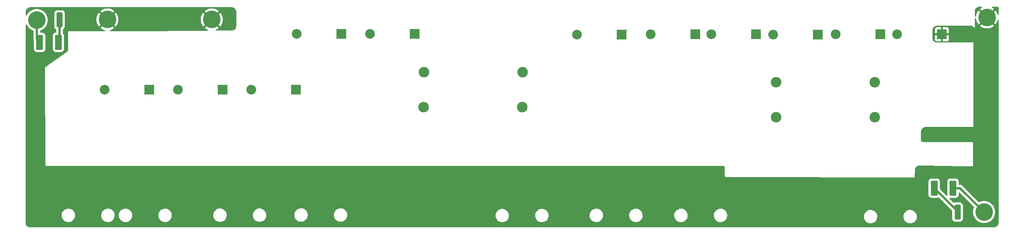
<source format=gbr>
%TF.GenerationSoftware,KiCad,Pcbnew,7.0.7*%
%TF.CreationDate,2024-04-10T14:30:17-07:00*%
%TF.ProjectId,hv-pcb-v1,68762d70-6362-42d7-9631-2e6b69636164,rev?*%
%TF.SameCoordinates,Original*%
%TF.FileFunction,Copper,L2,Bot*%
%TF.FilePolarity,Positive*%
%FSLAX46Y46*%
G04 Gerber Fmt 4.6, Leading zero omitted, Abs format (unit mm)*
G04 Created by KiCad (PCBNEW 7.0.7) date 2024-04-10 14:30:17*
%MOMM*%
%LPD*%
G01*
G04 APERTURE LIST*
G04 Aperture macros list*
%AMRoundRect*
0 Rectangle with rounded corners*
0 $1 Rounding radius*
0 $2 $3 $4 $5 $6 $7 $8 $9 X,Y pos of 4 corners*
0 Add a 4 corners polygon primitive as box body*
4,1,4,$2,$3,$4,$5,$6,$7,$8,$9,$2,$3,0*
0 Add four circle primitives for the rounded corners*
1,1,$1+$1,$2,$3*
1,1,$1+$1,$4,$5*
1,1,$1+$1,$6,$7*
1,1,$1+$1,$8,$9*
0 Add four rect primitives between the rounded corners*
20,1,$1+$1,$2,$3,$4,$5,0*
20,1,$1+$1,$4,$5,$6,$7,0*
20,1,$1+$1,$6,$7,$8,$9,0*
20,1,$1+$1,$8,$9,$2,$3,0*%
G04 Aperture macros list end*
%TA.AperFunction,ComponentPad*%
%ADD10R,2.200000X2.200000*%
%TD*%
%TA.AperFunction,ComponentPad*%
%ADD11O,2.200000X2.200000*%
%TD*%
%TA.AperFunction,SMDPad,CuDef*%
%ADD12RoundRect,1.968504X0.531496X-0.531496X0.531496X0.531496X-0.531496X0.531496X-0.531496X-0.531496X0*%
%TD*%
%TA.AperFunction,ComponentPad*%
%ADD13C,4.000000*%
%TD*%
%TA.AperFunction,ComponentPad*%
%ADD14C,2.400000*%
%TD*%
%TA.AperFunction,ComponentPad*%
%ADD15O,2.400000X2.400000*%
%TD*%
%TA.AperFunction,SMDPad,CuDef*%
%ADD16RoundRect,0.249999X-0.450001X-1.425001X0.450001X-1.425001X0.450001X1.425001X-0.450001X1.425001X0*%
%TD*%
%TA.AperFunction,SMDPad,CuDef*%
%ADD17RoundRect,0.250000X-0.537500X-1.450000X0.537500X-1.450000X0.537500X1.450000X-0.537500X1.450000X0*%
%TD*%
%TA.AperFunction,SMDPad,CuDef*%
%ADD18RoundRect,0.249999X0.450001X1.425001X-0.450001X1.425001X-0.450001X-1.425001X0.450001X-1.425001X0*%
%TD*%
%TA.AperFunction,SMDPad,CuDef*%
%ADD19RoundRect,0.250000X0.537500X1.450000X-0.537500X1.450000X-0.537500X-1.450000X0.537500X-1.450000X0*%
%TD*%
%TA.AperFunction,ViaPad*%
%ADD20C,0.800000*%
%TD*%
%TA.AperFunction,Conductor*%
%ADD21C,0.508000*%
%TD*%
%TA.AperFunction,Conductor*%
%ADD22C,1.905000*%
%TD*%
G04 APERTURE END LIST*
D10*
%TO.P,D8,1,K*%
%TO.N,Net-(D8-K)*%
X192971755Y-102959900D03*
D11*
%TO.P,D8,2,A*%
%TO.N,/mcp2input*%
X182811755Y-102959900D03*
%TD*%
D12*
%TO.P,HV3,2,Pin_2*%
%TO.N,/supply-gnd*%
X89370000Y-143313000D03*
%TD*%
%TO.P,HV7,2,Pin_2*%
%TO.N,/supply-gnd*%
X237348755Y-143642900D03*
%TD*%
%TO.P,HV6,2,Pin_2*%
%TO.N,/supply-gnd*%
X194209755Y-143372900D03*
%TD*%
%TO.P,HV1,2,Pin_2*%
%TO.N,/supply-gnd*%
X54869000Y-143351000D03*
%TD*%
D13*
%TO.P,J3,1,Pin_1*%
%TO.N,/supply-gnd*%
X82991000Y-99586000D03*
%TD*%
D10*
%TO.P,D4,1,K*%
%TO.N,Net-(D4-K)*%
X85446000Y-115519000D03*
D11*
%TO.P,D4,2,A*%
%TO.N,/mcp1input*%
X75286000Y-115519000D03*
%TD*%
D14*
%TO.P,R23,1*%
%TO.N,/mcp2output*%
X233765000Y-113845000D03*
D15*
%TO.P,R23,2*%
%TO.N,Net-(D11-K)*%
X211365000Y-113845000D03*
%TD*%
D14*
%TO.P,R24,1*%
%TO.N,/mcp1output*%
X153655000Y-111563000D03*
D15*
%TO.P,R24,2*%
%TO.N,Net-(D2-A)*%
X131255000Y-111563000D03*
%TD*%
D12*
%TO.P,HV2,2,Pin_2*%
%TO.N,/supply-gnd*%
X67869000Y-143351000D03*
%TD*%
D10*
%TO.P,D2,1,K*%
%TO.N,/mcp2input*%
X176198755Y-103000900D03*
D11*
%TO.P,D2,2,A*%
%TO.N,Net-(D2-A)*%
X166038755Y-103000900D03*
%TD*%
D12*
%TO.P,HV5,2,Pin_2*%
%TO.N,/supply-gnd*%
X153573000Y-143400000D03*
%TD*%
D10*
%TO.P,D1,1,K*%
%TO.N,/mcp1input*%
X68733400Y-115519000D03*
D11*
%TO.P,D1,2,A*%
%TO.N,/cath-in*%
X58573400Y-115519000D03*
%TD*%
D13*
%TO.P,J2,1,Pin_1*%
%TO.N,/supply-gnd*%
X259316955Y-99102900D03*
%TD*%
D10*
%TO.P,D9,1,K*%
%TO.N,Net-(D10-A)*%
X206796000Y-102944000D03*
D11*
%TO.P,D9,2,A*%
%TO.N,Net-(D8-K)*%
X196636000Y-102944000D03*
%TD*%
D10*
%TO.P,D3,1,K*%
%TO.N,/supply-gnd*%
X249068000Y-102939000D03*
D11*
%TO.P,D3,2,A*%
%TO.N,Net-(D11-K)*%
X238908000Y-102939000D03*
%TD*%
D10*
%TO.P,D10,1,K*%
%TO.N,Net-(D10-K)*%
X220808000Y-102979000D03*
D11*
%TO.P,D10,2,A*%
%TO.N,Net-(D10-A)*%
X210648000Y-102979000D03*
%TD*%
D10*
%TO.P,D11,1,K*%
%TO.N,Net-(D11-K)*%
X235087000Y-102919000D03*
D11*
%TO.P,D11,2,A*%
%TO.N,Net-(D10-K)*%
X224927000Y-102919000D03*
%TD*%
D14*
%TO.P,R22,1*%
%TO.N,/mcp2output*%
X233765000Y-121795000D03*
D15*
%TO.P,R22,2*%
%TO.N,Net-(D11-K)*%
X211365000Y-121795000D03*
%TD*%
D12*
%TO.P,HV4,2,Pin_2*%
%TO.N,/supply-gnd*%
X107779000Y-143280000D03*
%TD*%
D14*
%TO.P,R19,1*%
%TO.N,/mcp1output*%
X153610001Y-119561001D03*
D15*
%TO.P,R19,2*%
%TO.N,Net-(D2-A)*%
X131210001Y-119561001D03*
%TD*%
D10*
%TO.P,D6,1,K*%
%TO.N,Net-(D6-K)*%
X112438400Y-102825000D03*
D11*
%TO.P,D6,2,A*%
%TO.N,Net-(D5-K)*%
X102278400Y-102825000D03*
%TD*%
D12*
%TO.P,HV8,2,Pin_2*%
%TO.N,/supply-gnd*%
X174960755Y-143360900D03*
%TD*%
D10*
%TO.P,D7,1,K*%
%TO.N,Net-(D2-A)*%
X129151000Y-102825000D03*
D11*
%TO.P,D7,2,A*%
%TO.N,Net-(D6-K)*%
X118991000Y-102825000D03*
%TD*%
D13*
%TO.P,J1,1,Pin_1*%
%TO.N,/supply-gnd*%
X59253000Y-99585000D03*
%TD*%
D10*
%TO.P,D5,1,K*%
%TO.N,Net-(D5-K)*%
X102158600Y-115519000D03*
D11*
%TO.P,D5,2,A*%
%TO.N,Net-(D4-K)*%
X91998600Y-115519000D03*
%TD*%
D16*
%TO.P,R20,1*%
%TO.N,/supply-gnd*%
X246531254Y-143413901D03*
%TO.P,R20,2*%
%TO.N,Net-(C12-Pad1)*%
X252631254Y-143413901D03*
%TD*%
D13*
%TO.P,J6,1,Pin_1*%
%TO.N,Net-(J6-Pin_1)*%
X43169000Y-99695503D03*
%TD*%
D17*
%TO.P,C12,1*%
%TO.N,Net-(C12-Pad1)*%
X247312255Y-137951900D03*
%TO.P,C12,2*%
%TO.N,Net-(J6-Pin_1)*%
X251587255Y-137951900D03*
%TD*%
D13*
%TO.P,J7,1,Pin_1*%
%TO.N,Net-(J6-Pin_1)*%
X258656755Y-143392900D03*
%TD*%
D18*
%TO.P,R21,1*%
%TO.N,/supply-gnd*%
X54466000Y-99667000D03*
%TO.P,R21,2*%
%TO.N,Net-(C11-Pad1)*%
X48366000Y-99667000D03*
%TD*%
D19*
%TO.P,C11,1*%
%TO.N,Net-(C11-Pad1)*%
X48108500Y-104769000D03*
%TO.P,C11,2*%
%TO.N,Net-(J6-Pin_1)*%
X43833500Y-104769000D03*
%TD*%
D20*
%TO.N,/supply-gnd*%
X225306000Y-138146000D03*
X253509000Y-126699000D03*
X201368000Y-138657000D03*
X219298000Y-138686000D03*
X76986000Y-136183000D03*
X251111000Y-126699000D03*
X97406000Y-135895000D03*
X135264000Y-137155000D03*
X216305000Y-138686000D03*
X205921000Y-138657000D03*
X122669000Y-137367000D03*
X204488000Y-138657000D03*
X133704000Y-137155000D03*
X119676000Y-137367000D03*
X222908000Y-138146000D03*
X217865000Y-138686000D03*
X79384000Y-136183000D03*
X245052000Y-126507000D03*
X247450000Y-126507000D03*
X202928000Y-138657000D03*
X43091000Y-136268000D03*
X132144000Y-137155000D03*
X136697000Y-137155000D03*
X214745000Y-138686000D03*
X121236000Y-137367000D03*
X183589000Y-136080000D03*
X185987000Y-136080000D03*
X99804000Y-135895000D03*
X141039000Y-136626000D03*
X118116000Y-137367000D03*
X45489000Y-136268000D03*
X143437000Y-136626000D03*
%TD*%
D21*
%TO.N,Net-(C11-Pad1)*%
X48366000Y-99667000D02*
X48366000Y-104511500D01*
X48366000Y-104511500D02*
X48108500Y-104769000D01*
%TO.N,Net-(J6-Pin_1)*%
X43833500Y-104769000D02*
X43169000Y-104104500D01*
X43169000Y-104104500D02*
X43169000Y-99695503D01*
X251587255Y-137951900D02*
X253215755Y-137951900D01*
X253215755Y-137951900D02*
X258656755Y-143392900D01*
D22*
X43149000Y-99715503D02*
X43169000Y-99695503D01*
D21*
%TO.N,Net-(C12-Pad1)*%
X252631254Y-143413901D02*
X252631254Y-143270899D01*
X252631254Y-143270899D02*
X247312255Y-137951900D01*
%TD*%
%TA.AperFunction,Conductor*%
%TO.N,/supply-gnd*%
G36*
X87548031Y-96788299D02*
G01*
X87625270Y-96795905D01*
X87731061Y-96806325D01*
X87754891Y-96811064D01*
X87922124Y-96861794D01*
X87944572Y-96871093D01*
X88098687Y-96953469D01*
X88118898Y-96966974D01*
X88253979Y-97077832D01*
X88271167Y-97095020D01*
X88382025Y-97230101D01*
X88395530Y-97250312D01*
X88477903Y-97404419D01*
X88487206Y-97426878D01*
X88537933Y-97594102D01*
X88542675Y-97617943D01*
X88560701Y-97800967D01*
X88561000Y-97807048D01*
X88561000Y-101090105D01*
X88560703Y-101096167D01*
X88542792Y-101278610D01*
X88538080Y-101302377D01*
X88487677Y-101469107D01*
X88478433Y-101491505D01*
X88396567Y-101645251D01*
X88383144Y-101665423D01*
X88272943Y-101800313D01*
X88255853Y-101817489D01*
X88121524Y-101928374D01*
X88101420Y-101941900D01*
X87948092Y-102024544D01*
X87925743Y-102033901D01*
X87759272Y-102085151D01*
X87735528Y-102089984D01*
X87553173Y-102108820D01*
X87547114Y-102109148D01*
X84014784Y-102127086D01*
X83947645Y-102107743D01*
X83901623Y-102055172D01*
X83891328Y-101986064D01*
X83920030Y-101922362D01*
X83968507Y-101887795D01*
X84057555Y-101852538D01*
X84333209Y-101700996D01*
X84333219Y-101700990D01*
X84576026Y-101524579D01*
X84576027Y-101524579D01*
X83959861Y-100908414D01*
X83926376Y-100847091D01*
X83931360Y-100777400D01*
X83963555Y-100729508D01*
X84098368Y-100605404D01*
X84128364Y-100566865D01*
X84185073Y-100526052D01*
X84254846Y-100522377D01*
X84313898Y-100555346D01*
X84926712Y-101168160D01*
X85017544Y-101058364D01*
X85186096Y-100792767D01*
X85186099Y-100792761D01*
X85320034Y-100508137D01*
X85320036Y-100508132D01*
X85417244Y-100208958D01*
X85476191Y-99899949D01*
X85476192Y-99899942D01*
X85495943Y-99586005D01*
X85495943Y-99585994D01*
X85476192Y-99272057D01*
X85476191Y-99272050D01*
X85417244Y-98963041D01*
X85320036Y-98663867D01*
X85320034Y-98663862D01*
X85186099Y-98379238D01*
X85186096Y-98379232D01*
X85017542Y-98113632D01*
X85017539Y-98113628D01*
X84926712Y-98003838D01*
X84313898Y-98616653D01*
X84252575Y-98650138D01*
X84182883Y-98645154D01*
X84128364Y-98605134D01*
X84098373Y-98566602D01*
X84098364Y-98566592D01*
X83963559Y-98442494D01*
X83927568Y-98382607D01*
X83929669Y-98312769D01*
X83959861Y-98263584D01*
X84576027Y-97647419D01*
X84576026Y-97647417D01*
X84333227Y-97471014D01*
X84333209Y-97471003D01*
X84057552Y-97319459D01*
X84057544Y-97319455D01*
X83765073Y-97203659D01*
X83460379Y-97125426D01*
X83460370Y-97125424D01*
X83148298Y-97086000D01*
X82833701Y-97086000D01*
X82521629Y-97125424D01*
X82521620Y-97125426D01*
X82216926Y-97203659D01*
X81924455Y-97319455D01*
X81924447Y-97319459D01*
X81648787Y-97471004D01*
X81648782Y-97471007D01*
X81405972Y-97647418D01*
X81405971Y-97647419D01*
X82022138Y-98263585D01*
X82055623Y-98324908D01*
X82050639Y-98394599D01*
X82018440Y-98442495D01*
X81883635Y-98566592D01*
X81883627Y-98566601D01*
X81853632Y-98605137D01*
X81796921Y-98645949D01*
X81727148Y-98649621D01*
X81668100Y-98616653D01*
X81055286Y-98003838D01*
X81055285Y-98003838D01*
X80964459Y-98113629D01*
X80964457Y-98113632D01*
X80795903Y-98379232D01*
X80795900Y-98379238D01*
X80661965Y-98663862D01*
X80661963Y-98663867D01*
X80564755Y-98963041D01*
X80505808Y-99272050D01*
X80505807Y-99272057D01*
X80486057Y-99585994D01*
X80486057Y-99586005D01*
X80505807Y-99899942D01*
X80505808Y-99899949D01*
X80564755Y-100208958D01*
X80661963Y-100508132D01*
X80661965Y-100508137D01*
X80795900Y-100792761D01*
X80795903Y-100792767D01*
X80964457Y-101058367D01*
X80964460Y-101058371D01*
X81055286Y-101168160D01*
X81668100Y-100555345D01*
X81729423Y-100521860D01*
X81799114Y-100526844D01*
X81853634Y-100566863D01*
X81883630Y-100605402D01*
X81883635Y-100605407D01*
X82018439Y-100729504D01*
X82054430Y-100789391D01*
X82052329Y-100859229D01*
X82022137Y-100908414D01*
X81405971Y-101524579D01*
X81405972Y-101524581D01*
X81648772Y-101700985D01*
X81648790Y-101700996D01*
X81924444Y-101852538D01*
X82039405Y-101898054D01*
X82094490Y-101941035D01*
X82117594Y-102006974D01*
X82101381Y-102074937D01*
X82050998Y-102123345D01*
X81994388Y-102137345D01*
X63864374Y-102229411D01*
X62357689Y-102237063D01*
X61379788Y-102242028D01*
X59910353Y-102249491D01*
X59843214Y-102230148D01*
X59797192Y-102177577D01*
X59786897Y-102108469D01*
X59815599Y-102044767D01*
X59874184Y-102006695D01*
X59878886Y-102005389D01*
X60027070Y-101967342D01*
X60027073Y-101967341D01*
X60319544Y-101851544D01*
X60319552Y-101851540D01*
X60595209Y-101699996D01*
X60595219Y-101699990D01*
X60838026Y-101523579D01*
X60838027Y-101523579D01*
X60221861Y-100907414D01*
X60188376Y-100846091D01*
X60193360Y-100776400D01*
X60225555Y-100728508D01*
X60360368Y-100604404D01*
X60390364Y-100565865D01*
X60447073Y-100525052D01*
X60516846Y-100521377D01*
X60575898Y-100554346D01*
X61188712Y-101167160D01*
X61279544Y-101057364D01*
X61448096Y-100791767D01*
X61448099Y-100791761D01*
X61582034Y-100507137D01*
X61582036Y-100507132D01*
X61679244Y-100207958D01*
X61738191Y-99898949D01*
X61738192Y-99898942D01*
X61757943Y-99585005D01*
X61757943Y-99584994D01*
X61738192Y-99271057D01*
X61738191Y-99271050D01*
X61679244Y-98962041D01*
X61582036Y-98662867D01*
X61582034Y-98662862D01*
X61448099Y-98378238D01*
X61448096Y-98378232D01*
X61279542Y-98112632D01*
X61279539Y-98112628D01*
X61188712Y-98002838D01*
X60575898Y-98615653D01*
X60514575Y-98649138D01*
X60444883Y-98644154D01*
X60390364Y-98604134D01*
X60360373Y-98565602D01*
X60360364Y-98565592D01*
X60225559Y-98441494D01*
X60189568Y-98381607D01*
X60191669Y-98311769D01*
X60221861Y-98262584D01*
X60838027Y-97646419D01*
X60838026Y-97646417D01*
X60595227Y-97470014D01*
X60595209Y-97470003D01*
X60319552Y-97318459D01*
X60319544Y-97318455D01*
X60027073Y-97202659D01*
X59722379Y-97124426D01*
X59722370Y-97124424D01*
X59410298Y-97085000D01*
X59095701Y-97085000D01*
X58783629Y-97124424D01*
X58783620Y-97124426D01*
X58478926Y-97202659D01*
X58186455Y-97318455D01*
X58186447Y-97318459D01*
X57910787Y-97470004D01*
X57910782Y-97470007D01*
X57667972Y-97646418D01*
X57667971Y-97646419D01*
X58284138Y-98262585D01*
X58317623Y-98323908D01*
X58312639Y-98393599D01*
X58280440Y-98441495D01*
X58145635Y-98565592D01*
X58145627Y-98565601D01*
X58115632Y-98604137D01*
X58058921Y-98644949D01*
X57989148Y-98648621D01*
X57930100Y-98615653D01*
X57317286Y-98002838D01*
X57317285Y-98002838D01*
X57226459Y-98112629D01*
X57226457Y-98112632D01*
X57057903Y-98378232D01*
X57057900Y-98378238D01*
X56923965Y-98662862D01*
X56923963Y-98662867D01*
X56826755Y-98962041D01*
X56767808Y-99271050D01*
X56767807Y-99271057D01*
X56748057Y-99584994D01*
X56748057Y-99585005D01*
X56767807Y-99898942D01*
X56767808Y-99898949D01*
X56826755Y-100207958D01*
X56923963Y-100507132D01*
X56923965Y-100507137D01*
X57057900Y-100791761D01*
X57057903Y-100791767D01*
X57226457Y-101057367D01*
X57226460Y-101057371D01*
X57317286Y-101167160D01*
X57930100Y-100554345D01*
X57991423Y-100520860D01*
X58061114Y-100525844D01*
X58115634Y-100565863D01*
X58145630Y-100604402D01*
X58145635Y-100604407D01*
X58280439Y-100728504D01*
X58316430Y-100788391D01*
X58314329Y-100858229D01*
X58284137Y-100907414D01*
X57667971Y-101523579D01*
X57667972Y-101523581D01*
X57910772Y-101699985D01*
X57910790Y-101699996D01*
X58186447Y-101851540D01*
X58186455Y-101851544D01*
X58478926Y-101967340D01*
X58652587Y-102011930D01*
X58712625Y-102047668D01*
X58743810Y-102110192D01*
X58736242Y-102179651D01*
X58692323Y-102233991D01*
X58625998Y-102255961D01*
X58622399Y-102256031D01*
X56707719Y-102265754D01*
X51361735Y-102292902D01*
X51361726Y-102292902D01*
X50358000Y-102298000D01*
X50350915Y-103301713D01*
X50350915Y-103301721D01*
X50350915Y-103301722D01*
X50330136Y-106245724D01*
X50329812Y-106251636D01*
X50311500Y-106429591D01*
X50306848Y-106452773D01*
X50257673Y-106615477D01*
X50248706Y-106637355D01*
X50169539Y-106787771D01*
X50156582Y-106807548D01*
X50050303Y-106940205D01*
X50033831Y-106957161D01*
X49897512Y-107073005D01*
X49892831Y-107076613D01*
X47092727Y-109029069D01*
X45042000Y-110459000D01*
X45044319Y-110991969D01*
X45044320Y-110991969D01*
X45135154Y-131857421D01*
X45135155Y-131857431D01*
X45165000Y-138713000D01*
X41242000Y-139172000D01*
X40676000Y-135614000D01*
X40676000Y-100843902D01*
X40695685Y-100776863D01*
X40748489Y-100731108D01*
X40817647Y-100721164D01*
X40881203Y-100750189D01*
X40912196Y-100791103D01*
X40966438Y-100906372D01*
X40966440Y-100906375D01*
X40966442Y-100906379D01*
X41135561Y-101172868D01*
X41135563Y-101172871D01*
X41135568Y-101172878D01*
X41335660Y-101414747D01*
X41336772Y-101416091D01*
X41566858Y-101632155D01*
X41566868Y-101632163D01*
X41822209Y-101817679D01*
X41822214Y-101817681D01*
X41822221Y-101817687D01*
X42098821Y-101969750D01*
X42098826Y-101969752D01*
X42098828Y-101969753D01*
X42098829Y-101969754D01*
X42328147Y-102060547D01*
X42383233Y-102103528D01*
X42406336Y-102169467D01*
X42406500Y-102175839D01*
X42406500Y-104039917D01*
X42405191Y-104057886D01*
X42401633Y-104082174D01*
X42406264Y-104135090D01*
X42406500Y-104140497D01*
X42406500Y-104148913D01*
X42410368Y-104182010D01*
X42417168Y-104259742D01*
X42418628Y-104266809D01*
X42418589Y-104266817D01*
X42420299Y-104274528D01*
X42420337Y-104274520D01*
X42422000Y-104281540D01*
X42448690Y-104354868D01*
X42473236Y-104428943D01*
X42476288Y-104435487D01*
X42476250Y-104435504D01*
X42479686Y-104442601D01*
X42479723Y-104442583D01*
X42482965Y-104449037D01*
X42517100Y-104500937D01*
X42537493Y-104567764D01*
X42537500Y-104569076D01*
X42537500Y-106269537D01*
X42537501Y-106269553D01*
X42548113Y-106373426D01*
X42603885Y-106541738D01*
X42696970Y-106692652D01*
X42822348Y-106818030D01*
X42973262Y-106911115D01*
X43141574Y-106966887D01*
X43245455Y-106977500D01*
X44421544Y-106977499D01*
X44525426Y-106966887D01*
X44693738Y-106911115D01*
X44844652Y-106818030D01*
X44970030Y-106692652D01*
X45063115Y-106541738D01*
X45118887Y-106373426D01*
X45129500Y-106269545D01*
X45129500Y-106269537D01*
X46812500Y-106269537D01*
X46812501Y-106269553D01*
X46823113Y-106373426D01*
X46878885Y-106541738D01*
X46971970Y-106692652D01*
X47097348Y-106818030D01*
X47248262Y-106911115D01*
X47416574Y-106966887D01*
X47520455Y-106977500D01*
X48696544Y-106977499D01*
X48800426Y-106966887D01*
X48968738Y-106911115D01*
X49119652Y-106818030D01*
X49245030Y-106692652D01*
X49338115Y-106541738D01*
X49393887Y-106373426D01*
X49404500Y-106269545D01*
X49404499Y-103268456D01*
X49393887Y-103164574D01*
X49338115Y-102996262D01*
X49245030Y-102845348D01*
X49164818Y-102765136D01*
X49131333Y-102703813D01*
X49128499Y-102677463D01*
X49128499Y-101859637D01*
X49148184Y-101792599D01*
X49187401Y-101754100D01*
X49222462Y-101732473D01*
X49289652Y-101691030D01*
X49415030Y-101565652D01*
X49508115Y-101414739D01*
X49563887Y-101246427D01*
X49574500Y-101142546D01*
X49574500Y-98191454D01*
X49563887Y-98087573D01*
X49508115Y-97919261D01*
X49508111Y-97919255D01*
X49508110Y-97919252D01*
X49415032Y-97768351D01*
X49415029Y-97768347D01*
X49289652Y-97642970D01*
X49289648Y-97642967D01*
X49138747Y-97549889D01*
X49138741Y-97549886D01*
X49138739Y-97549885D01*
X49138736Y-97549884D01*
X48970428Y-97494113D01*
X48866553Y-97483500D01*
X48866546Y-97483500D01*
X47865454Y-97483500D01*
X47865446Y-97483500D01*
X47761571Y-97494113D01*
X47593263Y-97549884D01*
X47593252Y-97549889D01*
X47442351Y-97642967D01*
X47442347Y-97642970D01*
X47316970Y-97768347D01*
X47316967Y-97768351D01*
X47223889Y-97919252D01*
X47223884Y-97919263D01*
X47168113Y-98087571D01*
X47157500Y-98191446D01*
X47157500Y-101142553D01*
X47168113Y-101246428D01*
X47223884Y-101414736D01*
X47223889Y-101414747D01*
X47316967Y-101565648D01*
X47316970Y-101565652D01*
X47442348Y-101691030D01*
X47544599Y-101754100D01*
X47591321Y-101806045D01*
X47603500Y-101859636D01*
X47603500Y-102440039D01*
X47583815Y-102507078D01*
X47531011Y-102552833D01*
X47492102Y-102563397D01*
X47416572Y-102571113D01*
X47248264Y-102626884D01*
X47248259Y-102626886D01*
X47097346Y-102719971D01*
X46971971Y-102845346D01*
X46878886Y-102996259D01*
X46878884Y-102996264D01*
X46823113Y-103164572D01*
X46812500Y-103268447D01*
X46812500Y-106269537D01*
X45129500Y-106269537D01*
X45129499Y-103268456D01*
X45118887Y-103164574D01*
X45063115Y-102996262D01*
X44970030Y-102845348D01*
X44844652Y-102719970D01*
X44693738Y-102626885D01*
X44693735Y-102626884D01*
X44525427Y-102571113D01*
X44421552Y-102560500D01*
X44421545Y-102560500D01*
X44055500Y-102560500D01*
X43988461Y-102540815D01*
X43942706Y-102488011D01*
X43931500Y-102436500D01*
X43931500Y-102175839D01*
X43951185Y-102108800D01*
X44003989Y-102063045D01*
X44009853Y-102060547D01*
X44239170Y-101969754D01*
X44239171Y-101969753D01*
X44239169Y-101969753D01*
X44239179Y-101969750D01*
X44515779Y-101817687D01*
X44771140Y-101632157D01*
X45001233Y-101416085D01*
X45202432Y-101172878D01*
X45371562Y-100906372D01*
X45505956Y-100620769D01*
X45603495Y-100320575D01*
X45662641Y-100010523D01*
X45666104Y-99955490D01*
X45682460Y-99695508D01*
X45682460Y-99695497D01*
X45662642Y-99380490D01*
X45641957Y-99272057D01*
X45603495Y-99070431D01*
X45505956Y-98770237D01*
X45502440Y-98762766D01*
X45428265Y-98605134D01*
X45371562Y-98484634D01*
X45344185Y-98441495D01*
X45202438Y-98218137D01*
X45202436Y-98218135D01*
X45202432Y-98218128D01*
X45001233Y-97974921D01*
X45001232Y-97974920D01*
X45001227Y-97974914D01*
X44771141Y-97758850D01*
X44771131Y-97758842D01*
X44515790Y-97573326D01*
X44515783Y-97573321D01*
X44515779Y-97573319D01*
X44239179Y-97421256D01*
X44239176Y-97421254D01*
X44239171Y-97421252D01*
X44239170Y-97421251D01*
X43945705Y-97305060D01*
X43945702Y-97305059D01*
X43639978Y-97226563D01*
X43639965Y-97226561D01*
X43326832Y-97187003D01*
X43326821Y-97187003D01*
X43011179Y-97187003D01*
X43011167Y-97187003D01*
X42698034Y-97226561D01*
X42698021Y-97226563D01*
X42392297Y-97305059D01*
X42392294Y-97305060D01*
X42098829Y-97421251D01*
X42098828Y-97421252D01*
X41822221Y-97573319D01*
X41822209Y-97573326D01*
X41566868Y-97758842D01*
X41566858Y-97758850D01*
X41336772Y-97974914D01*
X41243573Y-98087573D01*
X41157642Y-98191446D01*
X41135561Y-98218137D01*
X40966442Y-98484626D01*
X40966436Y-98484637D01*
X40912198Y-98599900D01*
X40865843Y-98652178D01*
X40798583Y-98671095D01*
X40731773Y-98650646D01*
X40686624Y-98597322D01*
X40676000Y-98547103D01*
X40676000Y-97807048D01*
X40676299Y-97800968D01*
X40682329Y-97739734D01*
X40694325Y-97617936D01*
X40699064Y-97594110D01*
X40749795Y-97426871D01*
X40759091Y-97404430D01*
X40841472Y-97250306D01*
X40854974Y-97230101D01*
X40857879Y-97226561D01*
X40965836Y-97095015D01*
X40983015Y-97077836D01*
X41118102Y-96966972D01*
X41138306Y-96953472D01*
X41292430Y-96871091D01*
X41314871Y-96861795D01*
X41482110Y-96811064D01*
X41505936Y-96806325D01*
X41617940Y-96795294D01*
X41688969Y-96788299D01*
X41695049Y-96788000D01*
X87541951Y-96788000D01*
X87548031Y-96788299D01*
G37*
%TD.AperFunction*%
%TD*%
%TA.AperFunction,Conductor*%
%TO.N,/supply-gnd*%
G36*
X256787203Y-99299003D02*
G01*
X256824977Y-99357781D01*
X256829755Y-99384930D01*
X256831762Y-99416842D01*
X256831763Y-99416849D01*
X256890710Y-99725858D01*
X256987918Y-100025032D01*
X256987920Y-100025037D01*
X257121855Y-100309661D01*
X257121858Y-100309667D01*
X257290412Y-100575267D01*
X257290415Y-100575271D01*
X257381241Y-100685060D01*
X257994055Y-100072245D01*
X258055378Y-100038760D01*
X258125069Y-100043744D01*
X258179589Y-100083763D01*
X258209585Y-100122302D01*
X258209590Y-100122307D01*
X258344394Y-100246404D01*
X258380385Y-100306291D01*
X258378284Y-100376129D01*
X258348092Y-100425314D01*
X257731926Y-101041479D01*
X257731927Y-101041481D01*
X257974727Y-101217885D01*
X257974745Y-101217896D01*
X258250402Y-101369440D01*
X258250410Y-101369444D01*
X258542881Y-101485240D01*
X258847575Y-101563473D01*
X258847584Y-101563475D01*
X259159656Y-101602899D01*
X259159670Y-101602900D01*
X259474240Y-101602900D01*
X259474253Y-101602899D01*
X259786325Y-101563475D01*
X259786334Y-101563473D01*
X260091028Y-101485240D01*
X260383499Y-101369444D01*
X260383507Y-101369440D01*
X260659164Y-101217896D01*
X260659174Y-101217890D01*
X260901981Y-101041479D01*
X260901982Y-101041479D01*
X260285816Y-100425314D01*
X260252331Y-100363991D01*
X260257315Y-100294300D01*
X260289510Y-100246408D01*
X260424323Y-100122304D01*
X260454319Y-100083765D01*
X260511028Y-100042952D01*
X260580801Y-100039277D01*
X260639853Y-100072246D01*
X261252667Y-100685060D01*
X261343499Y-100575264D01*
X261512051Y-100309667D01*
X261512054Y-100309661D01*
X261645989Y-100025037D01*
X261645991Y-100025032D01*
X261735069Y-99750881D01*
X261774506Y-99693205D01*
X261838865Y-99666007D01*
X261907711Y-99677922D01*
X261959187Y-99725166D01*
X261977000Y-99789199D01*
X261977000Y-145827110D01*
X261976701Y-145833191D01*
X261958675Y-146016215D01*
X261953933Y-146040056D01*
X261903206Y-146207280D01*
X261893903Y-146229739D01*
X261811530Y-146383847D01*
X261798025Y-146404058D01*
X261681351Y-146546226D01*
X261677263Y-146550737D01*
X261649737Y-146578263D01*
X261645226Y-146582351D01*
X261503058Y-146699025D01*
X261482847Y-146712530D01*
X261328739Y-146794903D01*
X261306280Y-146804206D01*
X261139056Y-146854933D01*
X261115215Y-146859675D01*
X260932191Y-146877701D01*
X260926110Y-146878000D01*
X41642049Y-146878000D01*
X41635968Y-146877701D01*
X41452943Y-146859675D01*
X41429102Y-146854933D01*
X41261878Y-146804206D01*
X41239422Y-146794904D01*
X41085312Y-146712530D01*
X41065101Y-146699025D01*
X40930020Y-146588167D01*
X40912832Y-146570979D01*
X40801974Y-146435898D01*
X40788469Y-146415687D01*
X40782253Y-146404058D01*
X40706093Y-146261572D01*
X40696793Y-146239121D01*
X40690679Y-146218965D01*
X40646064Y-146071891D01*
X40641325Y-146048061D01*
X40626881Y-145901400D01*
X40623299Y-145865031D01*
X40623000Y-145858951D01*
X40623000Y-144206519D01*
X48842283Y-144206519D01*
X48871923Y-144450631D01*
X48929328Y-144648814D01*
X48940337Y-144686820D01*
X49045752Y-144908977D01*
X49172029Y-145091922D01*
X49185439Y-145111349D01*
X49185442Y-145111353D01*
X49355775Y-145288689D01*
X49552354Y-145436408D01*
X49552356Y-145436409D01*
X49552360Y-145436412D01*
X49634812Y-145479686D01*
X49770090Y-145550686D01*
X49770092Y-145550686D01*
X49770093Y-145550687D01*
X49864390Y-145582168D01*
X50003335Y-145628555D01*
X50246048Y-145668000D01*
X50246051Y-145668000D01*
X50430379Y-145668000D01*
X50552859Y-145658112D01*
X50614101Y-145653168D01*
X50852854Y-145594321D01*
X51079076Y-145497937D01*
X51286907Y-145366513D01*
X51470965Y-145203452D01*
X51626482Y-145012977D01*
X51637827Y-144993328D01*
X51749427Y-144800032D01*
X51749428Y-144800029D01*
X51749432Y-144800023D01*
X51836628Y-144570104D01*
X51856548Y-144472530D01*
X51885813Y-144329181D01*
X51885814Y-144329171D01*
X51886258Y-144318167D01*
X51890757Y-144206519D01*
X57842283Y-144206519D01*
X57871923Y-144450631D01*
X57929328Y-144648814D01*
X57940337Y-144686820D01*
X58045752Y-144908977D01*
X58172029Y-145091922D01*
X58185439Y-145111349D01*
X58185442Y-145111353D01*
X58355775Y-145288689D01*
X58552354Y-145436408D01*
X58552356Y-145436409D01*
X58552360Y-145436412D01*
X58634812Y-145479686D01*
X58770090Y-145550686D01*
X58770092Y-145550686D01*
X58770093Y-145550687D01*
X58864390Y-145582168D01*
X59003335Y-145628555D01*
X59246048Y-145668000D01*
X59246051Y-145668000D01*
X59430379Y-145668000D01*
X59552859Y-145658112D01*
X59614101Y-145653168D01*
X59852854Y-145594321D01*
X60079076Y-145497937D01*
X60286907Y-145366513D01*
X60470965Y-145203452D01*
X60626482Y-145012977D01*
X60637827Y-144993328D01*
X60749427Y-144800032D01*
X60749428Y-144800029D01*
X60749432Y-144800023D01*
X60836628Y-144570104D01*
X60856548Y-144472530D01*
X60885813Y-144329181D01*
X60885814Y-144329171D01*
X60886258Y-144318167D01*
X60890757Y-144206519D01*
X61842283Y-144206519D01*
X61871923Y-144450631D01*
X61929328Y-144648814D01*
X61940337Y-144686820D01*
X62045752Y-144908977D01*
X62172029Y-145091922D01*
X62185439Y-145111349D01*
X62185442Y-145111353D01*
X62355775Y-145288689D01*
X62552354Y-145436408D01*
X62552356Y-145436409D01*
X62552360Y-145436412D01*
X62634812Y-145479686D01*
X62770090Y-145550686D01*
X62770092Y-145550686D01*
X62770093Y-145550687D01*
X62864390Y-145582168D01*
X63003335Y-145628555D01*
X63246048Y-145668000D01*
X63246051Y-145668000D01*
X63430379Y-145668000D01*
X63552859Y-145658112D01*
X63614101Y-145653168D01*
X63852854Y-145594321D01*
X64079076Y-145497937D01*
X64286907Y-145366513D01*
X64470965Y-145203452D01*
X64626482Y-145012977D01*
X64637827Y-144993328D01*
X64749427Y-144800032D01*
X64749428Y-144800029D01*
X64749432Y-144800023D01*
X64836628Y-144570104D01*
X64856548Y-144472530D01*
X64885813Y-144329181D01*
X64885814Y-144329171D01*
X64886258Y-144318167D01*
X64890757Y-144206519D01*
X70842283Y-144206519D01*
X70871923Y-144450631D01*
X70929328Y-144648814D01*
X70940337Y-144686820D01*
X71045752Y-144908977D01*
X71172029Y-145091922D01*
X71185439Y-145111349D01*
X71185442Y-145111353D01*
X71355775Y-145288689D01*
X71552354Y-145436408D01*
X71552356Y-145436409D01*
X71552360Y-145436412D01*
X71634812Y-145479686D01*
X71770090Y-145550686D01*
X71770092Y-145550686D01*
X71770093Y-145550687D01*
X71864390Y-145582168D01*
X72003335Y-145628555D01*
X72246048Y-145668000D01*
X72246051Y-145668000D01*
X72430379Y-145668000D01*
X72552859Y-145658112D01*
X72614101Y-145653168D01*
X72852854Y-145594321D01*
X73079076Y-145497937D01*
X73286907Y-145366513D01*
X73470965Y-145203452D01*
X73626482Y-145012977D01*
X73637827Y-144993328D01*
X73749427Y-144800032D01*
X73749428Y-144800029D01*
X73749432Y-144800023D01*
X73836628Y-144570104D01*
X73856548Y-144472530D01*
X73885813Y-144329181D01*
X73885814Y-144329171D01*
X73886258Y-144318167D01*
X73892289Y-144168519D01*
X83343283Y-144168519D01*
X83372923Y-144412631D01*
X83433302Y-144621081D01*
X83441337Y-144648820D01*
X83546752Y-144870977D01*
X83678582Y-145061967D01*
X83686439Y-145073349D01*
X83686442Y-145073353D01*
X83856775Y-145250689D01*
X84053354Y-145398408D01*
X84053356Y-145398409D01*
X84053360Y-145398412D01*
X84144626Y-145446312D01*
X84271090Y-145512686D01*
X84271092Y-145512686D01*
X84271093Y-145512687D01*
X84373681Y-145546936D01*
X84504335Y-145590555D01*
X84747048Y-145630000D01*
X84747051Y-145630000D01*
X84931379Y-145630000D01*
X85102057Y-145616221D01*
X85115101Y-145615168D01*
X85353854Y-145556321D01*
X85580076Y-145459937D01*
X85787907Y-145328513D01*
X85971965Y-145165452D01*
X86127482Y-144974977D01*
X86146541Y-144941967D01*
X86250427Y-144762032D01*
X86250428Y-144762029D01*
X86250432Y-144762023D01*
X86337628Y-144532104D01*
X86369623Y-144375381D01*
X86386813Y-144291181D01*
X86386814Y-144291171D01*
X86388364Y-144252725D01*
X86391757Y-144168519D01*
X92343283Y-144168519D01*
X92372923Y-144412631D01*
X92433302Y-144621081D01*
X92441337Y-144648820D01*
X92546752Y-144870977D01*
X92678582Y-145061967D01*
X92686439Y-145073349D01*
X92686442Y-145073353D01*
X92856775Y-145250689D01*
X93053354Y-145398408D01*
X93053356Y-145398409D01*
X93053360Y-145398412D01*
X93144626Y-145446312D01*
X93271090Y-145512686D01*
X93271092Y-145512686D01*
X93271093Y-145512687D01*
X93373681Y-145546936D01*
X93504335Y-145590555D01*
X93747048Y-145630000D01*
X93747051Y-145630000D01*
X93931379Y-145630000D01*
X94102057Y-145616221D01*
X94115101Y-145615168D01*
X94353854Y-145556321D01*
X94580076Y-145459937D01*
X94787907Y-145328513D01*
X94971965Y-145165452D01*
X95127482Y-144974977D01*
X95146541Y-144941967D01*
X95250427Y-144762032D01*
X95250428Y-144762029D01*
X95250432Y-144762023D01*
X95337628Y-144532104D01*
X95369623Y-144375381D01*
X95386813Y-144291181D01*
X95386814Y-144291171D01*
X95388364Y-144252725D01*
X95393087Y-144135519D01*
X101752283Y-144135519D01*
X101781923Y-144379631D01*
X101846845Y-144603765D01*
X101850337Y-144615820D01*
X101955752Y-144837977D01*
X102076545Y-145012977D01*
X102095439Y-145040349D01*
X102095442Y-145040353D01*
X102265775Y-145217689D01*
X102462354Y-145365408D01*
X102462356Y-145365409D01*
X102462360Y-145365412D01*
X102575739Y-145424917D01*
X102680090Y-145479686D01*
X102680092Y-145479686D01*
X102680093Y-145479687D01*
X102778937Y-145512686D01*
X102913335Y-145557555D01*
X103156048Y-145597000D01*
X103156051Y-145597000D01*
X103340379Y-145597000D01*
X103466885Y-145586787D01*
X103524101Y-145582168D01*
X103762854Y-145523321D01*
X103989076Y-145426937D01*
X104196907Y-145295513D01*
X104380965Y-145132452D01*
X104536482Y-144941977D01*
X104566807Y-144889454D01*
X104659427Y-144729032D01*
X104659428Y-144729029D01*
X104659432Y-144729023D01*
X104746628Y-144499104D01*
X104771886Y-144375381D01*
X104795813Y-144258181D01*
X104795814Y-144258171D01*
X104796034Y-144252728D01*
X104800757Y-144135519D01*
X110752283Y-144135519D01*
X110781923Y-144379631D01*
X110846845Y-144603765D01*
X110850337Y-144615820D01*
X110955752Y-144837977D01*
X111076545Y-145012977D01*
X111095439Y-145040349D01*
X111095442Y-145040353D01*
X111265775Y-145217689D01*
X111462354Y-145365408D01*
X111462356Y-145365409D01*
X111462360Y-145365412D01*
X111575739Y-145424917D01*
X111680090Y-145479686D01*
X111680092Y-145479686D01*
X111680093Y-145479687D01*
X111778937Y-145512686D01*
X111913335Y-145557555D01*
X112156048Y-145597000D01*
X112156051Y-145597000D01*
X112340379Y-145597000D01*
X112466885Y-145586787D01*
X112524101Y-145582168D01*
X112762854Y-145523321D01*
X112989076Y-145426937D01*
X113196907Y-145295513D01*
X113380965Y-145132452D01*
X113536482Y-144941977D01*
X113566807Y-144889454D01*
X113659427Y-144729032D01*
X113659428Y-144729029D01*
X113659432Y-144729023D01*
X113746628Y-144499104D01*
X113771886Y-144375381D01*
X113795813Y-144258181D01*
X113795814Y-144258171D01*
X113795921Y-144255519D01*
X147546283Y-144255519D01*
X147575923Y-144499631D01*
X147636487Y-144708720D01*
X147644337Y-144735820D01*
X147749752Y-144957977D01*
X147870732Y-145133248D01*
X147889439Y-145160349D01*
X147889442Y-145160353D01*
X148059775Y-145337689D01*
X148256354Y-145485408D01*
X148256356Y-145485409D01*
X148256360Y-145485412D01*
X148369739Y-145544917D01*
X148474090Y-145599686D01*
X148474092Y-145599686D01*
X148474093Y-145599687D01*
X148590217Y-145638455D01*
X148707335Y-145677555D01*
X148950048Y-145717000D01*
X148950051Y-145717000D01*
X149134379Y-145717000D01*
X149256859Y-145707112D01*
X149318101Y-145702168D01*
X149556854Y-145643321D01*
X149783076Y-145546937D01*
X149990907Y-145415513D01*
X150174965Y-145252452D01*
X150330482Y-145061977D01*
X150346129Y-145034877D01*
X150453427Y-144849032D01*
X150453428Y-144849029D01*
X150453432Y-144849023D01*
X150540628Y-144619104D01*
X150589814Y-144378175D01*
X150594757Y-144255519D01*
X156546283Y-144255519D01*
X156575923Y-144499631D01*
X156636487Y-144708720D01*
X156644337Y-144735820D01*
X156749752Y-144957977D01*
X156870732Y-145133248D01*
X156889439Y-145160349D01*
X156889442Y-145160353D01*
X157059775Y-145337689D01*
X157256354Y-145485408D01*
X157256356Y-145485409D01*
X157256360Y-145485412D01*
X157369739Y-145544917D01*
X157474090Y-145599686D01*
X157474092Y-145599686D01*
X157474093Y-145599687D01*
X157590217Y-145638455D01*
X157707335Y-145677555D01*
X157950048Y-145717000D01*
X157950051Y-145717000D01*
X158134379Y-145717000D01*
X158256859Y-145707112D01*
X158318101Y-145702168D01*
X158556854Y-145643321D01*
X158783076Y-145546937D01*
X158990907Y-145415513D01*
X159174965Y-145252452D01*
X159330482Y-145061977D01*
X159346129Y-145034877D01*
X159453427Y-144849032D01*
X159453428Y-144849029D01*
X159453432Y-144849023D01*
X159540628Y-144619104D01*
X159589814Y-144378175D01*
X159596333Y-144216419D01*
X168934038Y-144216419D01*
X168963678Y-144460531D01*
X169029224Y-144686820D01*
X169032092Y-144696720D01*
X169137507Y-144918877D01*
X169270360Y-145111349D01*
X169277194Y-145121249D01*
X169277197Y-145121253D01*
X169447530Y-145298589D01*
X169644109Y-145446308D01*
X169644111Y-145446309D01*
X169644115Y-145446312D01*
X169742478Y-145497937D01*
X169861845Y-145560586D01*
X169861847Y-145560586D01*
X169861848Y-145560587D01*
X169926491Y-145582168D01*
X170095090Y-145638455D01*
X170337803Y-145677900D01*
X170337806Y-145677900D01*
X170522134Y-145677900D01*
X170655329Y-145667147D01*
X170705856Y-145663068D01*
X170944609Y-145604221D01*
X171170831Y-145507837D01*
X171378662Y-145376413D01*
X171562720Y-145213352D01*
X171718237Y-145022877D01*
X171745893Y-144974977D01*
X171841182Y-144809932D01*
X171841183Y-144809929D01*
X171841187Y-144809923D01*
X171928383Y-144580004D01*
X171944791Y-144499631D01*
X171977568Y-144339081D01*
X171977569Y-144339071D01*
X171978412Y-144318167D01*
X171982512Y-144216419D01*
X177934038Y-144216419D01*
X177963678Y-144460531D01*
X178029224Y-144686820D01*
X178032092Y-144696720D01*
X178137507Y-144918877D01*
X178270360Y-145111349D01*
X178277194Y-145121249D01*
X178277197Y-145121253D01*
X178447530Y-145298589D01*
X178644109Y-145446308D01*
X178644111Y-145446309D01*
X178644115Y-145446312D01*
X178742478Y-145497937D01*
X178861845Y-145560586D01*
X178861847Y-145560586D01*
X178861848Y-145560587D01*
X178926491Y-145582168D01*
X179095090Y-145638455D01*
X179337803Y-145677900D01*
X179337806Y-145677900D01*
X179522134Y-145677900D01*
X179655329Y-145667147D01*
X179705856Y-145663068D01*
X179944609Y-145604221D01*
X180170831Y-145507837D01*
X180378662Y-145376413D01*
X180562720Y-145213352D01*
X180718237Y-145022877D01*
X180745893Y-144974977D01*
X180841182Y-144809932D01*
X180841183Y-144809929D01*
X180841187Y-144809923D01*
X180928383Y-144580004D01*
X180944791Y-144499631D01*
X180977568Y-144339081D01*
X180977569Y-144339071D01*
X180978412Y-144318167D01*
X180982029Y-144228419D01*
X188183038Y-144228419D01*
X188212678Y-144472531D01*
X188277614Y-144696714D01*
X188281092Y-144708720D01*
X188386507Y-144930877D01*
X188517913Y-145121253D01*
X188526194Y-145133249D01*
X188526197Y-145133253D01*
X188696530Y-145310589D01*
X188893109Y-145458308D01*
X188893111Y-145458309D01*
X188893115Y-145458312D01*
X188987475Y-145507836D01*
X189110845Y-145572586D01*
X189110847Y-145572586D01*
X189110848Y-145572587D01*
X189227469Y-145611521D01*
X189344090Y-145650455D01*
X189586803Y-145689900D01*
X189586806Y-145689900D01*
X189771134Y-145689900D01*
X189919776Y-145677900D01*
X189954856Y-145675068D01*
X190193609Y-145616221D01*
X190419831Y-145519837D01*
X190627662Y-145388413D01*
X190811720Y-145225352D01*
X190967237Y-145034877D01*
X191001827Y-144974967D01*
X191090182Y-144821932D01*
X191090183Y-144821929D01*
X191090187Y-144821923D01*
X191177383Y-144592004D01*
X191201774Y-144472530D01*
X191226568Y-144351081D01*
X191226569Y-144351071D01*
X191227053Y-144339075D01*
X191231512Y-144228419D01*
X197183038Y-144228419D01*
X197212678Y-144472531D01*
X197277614Y-144696714D01*
X197281092Y-144708720D01*
X197386507Y-144930877D01*
X197517913Y-145121253D01*
X197526194Y-145133249D01*
X197526197Y-145133253D01*
X197696530Y-145310589D01*
X197893109Y-145458308D01*
X197893111Y-145458309D01*
X197893115Y-145458312D01*
X197987475Y-145507836D01*
X198110845Y-145572586D01*
X198110847Y-145572586D01*
X198110848Y-145572587D01*
X198227469Y-145611521D01*
X198344090Y-145650455D01*
X198586803Y-145689900D01*
X198586806Y-145689900D01*
X198771134Y-145689900D01*
X198919776Y-145677900D01*
X198954856Y-145675068D01*
X199193609Y-145616221D01*
X199419831Y-145519837D01*
X199627662Y-145388413D01*
X199811720Y-145225352D01*
X199967237Y-145034877D01*
X200001827Y-144974967D01*
X200090182Y-144821932D01*
X200090183Y-144821929D01*
X200090187Y-144821923D01*
X200177383Y-144592004D01*
X200196489Y-144498419D01*
X231322038Y-144498419D01*
X231351678Y-144742531D01*
X231419005Y-144974967D01*
X231420092Y-144978720D01*
X231525507Y-145200877D01*
X231661856Y-145398414D01*
X231665194Y-145403249D01*
X231665197Y-145403253D01*
X231835530Y-145580589D01*
X232032109Y-145728308D01*
X232032111Y-145728309D01*
X232032115Y-145728312D01*
X232136966Y-145783342D01*
X232249845Y-145842586D01*
X232249847Y-145842586D01*
X232249848Y-145842587D01*
X232307515Y-145861839D01*
X232483090Y-145920455D01*
X232725803Y-145959900D01*
X232725806Y-145959900D01*
X232910134Y-145959900D01*
X233032614Y-145950012D01*
X233093856Y-145945068D01*
X233332609Y-145886221D01*
X233558831Y-145789837D01*
X233766662Y-145658413D01*
X233950720Y-145495352D01*
X234106237Y-145304877D01*
X234109868Y-145298589D01*
X234229182Y-145091932D01*
X234229183Y-145091929D01*
X234229187Y-145091923D01*
X234316383Y-144862004D01*
X234329037Y-144800022D01*
X234365568Y-144621081D01*
X234365569Y-144621071D01*
X234365649Y-144619099D01*
X234370512Y-144498419D01*
X240322038Y-144498419D01*
X240351678Y-144742531D01*
X240419005Y-144974967D01*
X240420092Y-144978720D01*
X240525507Y-145200877D01*
X240661856Y-145398414D01*
X240665194Y-145403249D01*
X240665197Y-145403253D01*
X240835530Y-145580589D01*
X241032109Y-145728308D01*
X241032111Y-145728309D01*
X241032115Y-145728312D01*
X241136966Y-145783342D01*
X241249845Y-145842586D01*
X241249847Y-145842586D01*
X241249848Y-145842587D01*
X241307515Y-145861839D01*
X241483090Y-145920455D01*
X241725803Y-145959900D01*
X241725806Y-145959900D01*
X241910134Y-145959900D01*
X242032614Y-145950012D01*
X242093856Y-145945068D01*
X242332609Y-145886221D01*
X242558831Y-145789837D01*
X242766662Y-145658413D01*
X242950720Y-145495352D01*
X243106237Y-145304877D01*
X243109868Y-145298589D01*
X243229182Y-145091932D01*
X243229183Y-145091929D01*
X243229187Y-145091923D01*
X243316383Y-144862004D01*
X243329037Y-144800022D01*
X243365568Y-144621081D01*
X243365569Y-144621071D01*
X243365649Y-144619099D01*
X243370512Y-144498418D01*
X243375471Y-144375381D01*
X243375471Y-144375375D01*
X243345831Y-144131268D01*
X243302805Y-143982725D01*
X243277418Y-143895080D01*
X243172003Y-143672923D01*
X243032317Y-143470552D01*
X243032314Y-143470549D01*
X243032312Y-143470546D01*
X242861979Y-143293210D01*
X242665400Y-143145491D01*
X242665396Y-143145488D01*
X242665395Y-143145488D01*
X242638318Y-143131277D01*
X242447664Y-143031213D01*
X242447660Y-143031212D01*
X242214419Y-142953344D01*
X241971707Y-142913900D01*
X241971704Y-142913900D01*
X241787378Y-142913900D01*
X241787376Y-142913900D01*
X241603654Y-142928731D01*
X241364903Y-142987578D01*
X241138679Y-143083963D01*
X240930849Y-143215385D01*
X240746792Y-143378445D01*
X240671590Y-143470552D01*
X240594328Y-143565182D01*
X240591266Y-143568932D01*
X240468327Y-143781867D01*
X240468322Y-143781877D01*
X240381125Y-144011800D01*
X240331941Y-144252718D01*
X240331940Y-144252728D01*
X240322038Y-144498418D01*
X240322038Y-144498419D01*
X234370512Y-144498419D01*
X234370512Y-144498418D01*
X234375471Y-144375381D01*
X234375471Y-144375375D01*
X234345831Y-144131268D01*
X234302805Y-143982725D01*
X234277418Y-143895080D01*
X234172003Y-143672923D01*
X234032317Y-143470552D01*
X234032314Y-143470549D01*
X234032312Y-143470546D01*
X233861979Y-143293210D01*
X233665400Y-143145491D01*
X233665396Y-143145488D01*
X233665395Y-143145488D01*
X233638318Y-143131277D01*
X233447664Y-143031213D01*
X233447660Y-143031212D01*
X233214419Y-142953344D01*
X232971707Y-142913900D01*
X232971704Y-142913900D01*
X232787378Y-142913900D01*
X232787376Y-142913900D01*
X232603654Y-142928731D01*
X232364903Y-142987578D01*
X232138679Y-143083963D01*
X231930849Y-143215385D01*
X231746792Y-143378445D01*
X231671590Y-143470552D01*
X231594328Y-143565182D01*
X231591266Y-143568932D01*
X231468327Y-143781867D01*
X231468322Y-143781877D01*
X231381125Y-144011800D01*
X231331941Y-144252718D01*
X231331940Y-144252728D01*
X231322038Y-144498418D01*
X231322038Y-144498419D01*
X200196489Y-144498419D01*
X200201774Y-144472530D01*
X200226568Y-144351081D01*
X200226569Y-144351071D01*
X200227053Y-144339075D01*
X200235379Y-144132475D01*
X200236471Y-144105381D01*
X200236471Y-144105375D01*
X200206831Y-143861268D01*
X200152276Y-143672923D01*
X200138418Y-143625080D01*
X200033003Y-143402923D01*
X199893317Y-143200552D01*
X199893314Y-143200549D01*
X199893312Y-143200546D01*
X199722979Y-143023210D01*
X199526400Y-142875491D01*
X199526396Y-142875488D01*
X199526395Y-142875488D01*
X199482570Y-142852487D01*
X199308664Y-142761213D01*
X199308660Y-142761212D01*
X199075419Y-142683344D01*
X198832707Y-142643900D01*
X198832704Y-142643900D01*
X198648378Y-142643900D01*
X198648376Y-142643900D01*
X198464654Y-142658731D01*
X198225903Y-142717578D01*
X197999679Y-142813963D01*
X197791849Y-142945385D01*
X197607792Y-143108445D01*
X197532590Y-143200552D01*
X197456938Y-143293210D01*
X197452266Y-143298932D01*
X197329327Y-143511867D01*
X197329322Y-143511877D01*
X197242125Y-143741800D01*
X197192941Y-143982718D01*
X197192940Y-143982728D01*
X197183038Y-144228418D01*
X197183038Y-144228419D01*
X191231512Y-144228419D01*
X191235379Y-144132475D01*
X191236471Y-144105381D01*
X191236471Y-144105375D01*
X191206831Y-143861268D01*
X191152276Y-143672923D01*
X191138418Y-143625080D01*
X191033003Y-143402923D01*
X190893317Y-143200552D01*
X190893314Y-143200549D01*
X190893312Y-143200546D01*
X190722979Y-143023210D01*
X190526400Y-142875491D01*
X190526396Y-142875488D01*
X190526395Y-142875488D01*
X190482570Y-142852487D01*
X190308664Y-142761213D01*
X190308660Y-142761212D01*
X190075419Y-142683344D01*
X189832707Y-142643900D01*
X189832704Y-142643900D01*
X189648378Y-142643900D01*
X189648376Y-142643900D01*
X189464654Y-142658731D01*
X189225903Y-142717578D01*
X188999679Y-142813963D01*
X188791849Y-142945385D01*
X188607792Y-143108445D01*
X188532590Y-143200552D01*
X188456938Y-143293210D01*
X188452266Y-143298932D01*
X188329327Y-143511867D01*
X188329322Y-143511877D01*
X188242125Y-143741800D01*
X188192941Y-143982718D01*
X188192940Y-143982728D01*
X188183038Y-144228418D01*
X188183038Y-144228419D01*
X180982029Y-144228419D01*
X180986987Y-144105381D01*
X180987471Y-144093381D01*
X180987471Y-144093375D01*
X180957831Y-143849268D01*
X180909351Y-143681896D01*
X180889418Y-143613080D01*
X180784003Y-143390923D01*
X180644317Y-143188552D01*
X180644314Y-143188549D01*
X180644312Y-143188546D01*
X180473979Y-143011210D01*
X180277400Y-142863491D01*
X180277396Y-142863488D01*
X180277395Y-142863488D01*
X180186135Y-142815591D01*
X180059664Y-142749213D01*
X180059660Y-142749212D01*
X179826419Y-142671344D01*
X179583707Y-142631900D01*
X179583704Y-142631900D01*
X179399378Y-142631900D01*
X179399376Y-142631900D01*
X179215654Y-142646731D01*
X178976903Y-142705578D01*
X178750679Y-142801963D01*
X178542849Y-142933385D01*
X178358792Y-143096445D01*
X178203266Y-143286932D01*
X178080327Y-143499867D01*
X178080322Y-143499877D01*
X177993125Y-143729800D01*
X177943941Y-143970718D01*
X177943940Y-143970728D01*
X177934038Y-144216418D01*
X177934038Y-144216419D01*
X171982512Y-144216419D01*
X171986987Y-144105381D01*
X171987471Y-144093381D01*
X171987471Y-144093375D01*
X171957831Y-143849268D01*
X171909351Y-143681896D01*
X171889418Y-143613080D01*
X171784003Y-143390923D01*
X171644317Y-143188552D01*
X171644314Y-143188549D01*
X171644312Y-143188546D01*
X171473979Y-143011210D01*
X171277400Y-142863491D01*
X171277396Y-142863488D01*
X171277395Y-142863488D01*
X171186135Y-142815591D01*
X171059664Y-142749213D01*
X171059660Y-142749212D01*
X170826419Y-142671344D01*
X170583707Y-142631900D01*
X170583704Y-142631900D01*
X170399378Y-142631900D01*
X170399376Y-142631900D01*
X170215654Y-142646731D01*
X169976903Y-142705578D01*
X169750679Y-142801963D01*
X169542849Y-142933385D01*
X169358792Y-143096445D01*
X169203266Y-143286932D01*
X169080327Y-143499867D01*
X169080322Y-143499877D01*
X168993125Y-143729800D01*
X168943941Y-143970718D01*
X168943940Y-143970728D01*
X168934038Y-144216418D01*
X168934038Y-144216419D01*
X159596333Y-144216419D01*
X159598263Y-144168525D01*
X159599716Y-144132481D01*
X159599716Y-144132475D01*
X159570076Y-143888368D01*
X159501664Y-143652185D01*
X159501663Y-143652180D01*
X159396248Y-143430023D01*
X159256562Y-143227652D01*
X159256559Y-143227649D01*
X159256557Y-143227646D01*
X159086224Y-143050310D01*
X158889645Y-142902591D01*
X158889641Y-142902588D01*
X158889640Y-142902588D01*
X158815147Y-142863491D01*
X158671909Y-142788313D01*
X158671905Y-142788312D01*
X158438664Y-142710444D01*
X158195952Y-142671000D01*
X158195949Y-142671000D01*
X158011623Y-142671000D01*
X158011621Y-142671000D01*
X157827899Y-142685831D01*
X157589148Y-142744678D01*
X157362924Y-142841063D01*
X157155094Y-142972485D01*
X156971037Y-143135545D01*
X156895835Y-143227652D01*
X156828583Y-143310022D01*
X156815511Y-143326032D01*
X156692572Y-143538967D01*
X156692567Y-143538977D01*
X156605370Y-143768900D01*
X156556186Y-144009818D01*
X156556185Y-144009828D01*
X156546283Y-144255518D01*
X156546283Y-144255519D01*
X150594757Y-144255519D01*
X150598263Y-144168525D01*
X150599716Y-144132481D01*
X150599716Y-144132475D01*
X150570076Y-143888368D01*
X150501664Y-143652185D01*
X150501663Y-143652180D01*
X150396248Y-143430023D01*
X150256562Y-143227652D01*
X150256559Y-143227649D01*
X150256557Y-143227646D01*
X150086224Y-143050310D01*
X149889645Y-142902591D01*
X149889641Y-142902588D01*
X149889640Y-142902588D01*
X149815147Y-142863491D01*
X149671909Y-142788313D01*
X149671905Y-142788312D01*
X149438664Y-142710444D01*
X149195952Y-142671000D01*
X149195949Y-142671000D01*
X149011623Y-142671000D01*
X149011621Y-142671000D01*
X148827899Y-142685831D01*
X148589148Y-142744678D01*
X148362924Y-142841063D01*
X148155094Y-142972485D01*
X147971037Y-143135545D01*
X147895835Y-143227652D01*
X147828583Y-143310022D01*
X147815511Y-143326032D01*
X147692572Y-143538967D01*
X147692567Y-143538977D01*
X147605370Y-143768900D01*
X147556186Y-144009818D01*
X147556185Y-144009828D01*
X147546283Y-144255518D01*
X147546283Y-144255519D01*
X113795921Y-144255519D01*
X113796034Y-144252728D01*
X113801972Y-144105375D01*
X113805716Y-144012481D01*
X113805716Y-144012475D01*
X113776076Y-143768368D01*
X113718308Y-143568932D01*
X113707663Y-143532180D01*
X113602248Y-143310023D01*
X113462562Y-143107652D01*
X113462559Y-143107649D01*
X113462557Y-143107646D01*
X113292224Y-142930310D01*
X113095645Y-142782591D01*
X113095641Y-142782588D01*
X113095640Y-142782588D01*
X113054913Y-142761213D01*
X112877909Y-142668313D01*
X112877905Y-142668312D01*
X112644664Y-142590444D01*
X112401952Y-142551000D01*
X112401949Y-142551000D01*
X112217623Y-142551000D01*
X112217621Y-142551000D01*
X112033899Y-142565831D01*
X111795148Y-142624678D01*
X111568924Y-142721063D01*
X111361094Y-142852485D01*
X111177037Y-143015545D01*
X111101835Y-143107652D01*
X111032888Y-143192098D01*
X111021511Y-143206032D01*
X110898572Y-143418967D01*
X110898567Y-143418977D01*
X110811370Y-143648900D01*
X110762186Y-143889818D01*
X110762185Y-143889828D01*
X110752283Y-144135518D01*
X110752283Y-144135519D01*
X104800757Y-144135519D01*
X104801972Y-144105375D01*
X104805716Y-144012481D01*
X104805716Y-144012475D01*
X104776076Y-143768368D01*
X104718308Y-143568932D01*
X104707663Y-143532180D01*
X104602248Y-143310023D01*
X104462562Y-143107652D01*
X104462559Y-143107649D01*
X104462557Y-143107646D01*
X104292224Y-142930310D01*
X104095645Y-142782591D01*
X104095641Y-142782588D01*
X104095640Y-142782588D01*
X104054913Y-142761213D01*
X103877909Y-142668313D01*
X103877905Y-142668312D01*
X103644664Y-142590444D01*
X103401952Y-142551000D01*
X103401949Y-142551000D01*
X103217623Y-142551000D01*
X103217621Y-142551000D01*
X103033899Y-142565831D01*
X102795148Y-142624678D01*
X102568924Y-142721063D01*
X102361094Y-142852485D01*
X102177037Y-143015545D01*
X102101835Y-143107652D01*
X102032888Y-143192098D01*
X102021511Y-143206032D01*
X101898572Y-143418967D01*
X101898567Y-143418977D01*
X101811370Y-143648900D01*
X101762186Y-143889818D01*
X101762185Y-143889828D01*
X101752283Y-144135518D01*
X101752283Y-144135519D01*
X95393087Y-144135519D01*
X95393258Y-144131270D01*
X95396716Y-144045481D01*
X95396716Y-144045475D01*
X95367076Y-143801368D01*
X95322913Y-143648900D01*
X95298663Y-143565180D01*
X95193248Y-143343023D01*
X95053562Y-143140652D01*
X95053559Y-143140649D01*
X95053557Y-143140646D01*
X94883224Y-142963310D01*
X94686645Y-142815591D01*
X94686641Y-142815588D01*
X94686640Y-142815588D01*
X94634670Y-142788312D01*
X94468909Y-142701313D01*
X94468905Y-142701312D01*
X94235664Y-142623444D01*
X93992952Y-142584000D01*
X93992949Y-142584000D01*
X93808623Y-142584000D01*
X93808621Y-142584000D01*
X93624899Y-142598831D01*
X93386148Y-142657678D01*
X93159924Y-142754063D01*
X92952094Y-142885485D01*
X92768037Y-143048545D01*
X92692835Y-143140652D01*
X92639462Y-143206023D01*
X92612511Y-143239032D01*
X92489572Y-143451967D01*
X92489567Y-143451977D01*
X92402370Y-143681900D01*
X92353186Y-143922818D01*
X92353185Y-143922828D01*
X92343283Y-144168518D01*
X92343283Y-144168519D01*
X86391757Y-144168519D01*
X86393258Y-144131270D01*
X86396716Y-144045481D01*
X86396716Y-144045475D01*
X86367076Y-143801368D01*
X86322913Y-143648900D01*
X86298663Y-143565180D01*
X86193248Y-143343023D01*
X86053562Y-143140652D01*
X86053559Y-143140649D01*
X86053557Y-143140646D01*
X85883224Y-142963310D01*
X85686645Y-142815591D01*
X85686641Y-142815588D01*
X85686640Y-142815588D01*
X85634670Y-142788312D01*
X85468909Y-142701313D01*
X85468905Y-142701312D01*
X85235664Y-142623444D01*
X84992952Y-142584000D01*
X84992949Y-142584000D01*
X84808623Y-142584000D01*
X84808621Y-142584000D01*
X84624899Y-142598831D01*
X84386148Y-142657678D01*
X84159924Y-142754063D01*
X83952094Y-142885485D01*
X83768037Y-143048545D01*
X83692835Y-143140652D01*
X83639462Y-143206023D01*
X83612511Y-143239032D01*
X83489572Y-143451967D01*
X83489567Y-143451977D01*
X83402370Y-143681900D01*
X83353186Y-143922818D01*
X83353185Y-143922828D01*
X83343283Y-144168518D01*
X83343283Y-144168519D01*
X73892289Y-144168519D01*
X73894833Y-144105381D01*
X73895716Y-144083481D01*
X73895716Y-144083475D01*
X73866076Y-143839368D01*
X73811857Y-143652185D01*
X73797663Y-143603180D01*
X73692248Y-143381023D01*
X73552562Y-143178652D01*
X73552559Y-143178649D01*
X73552557Y-143178646D01*
X73382224Y-143001310D01*
X73185645Y-142853591D01*
X73185641Y-142853588D01*
X73185640Y-142853588D01*
X73113237Y-142815588D01*
X72967909Y-142739313D01*
X72967905Y-142739312D01*
X72734664Y-142661444D01*
X72491952Y-142622000D01*
X72491949Y-142622000D01*
X72307623Y-142622000D01*
X72307621Y-142622000D01*
X72123899Y-142636831D01*
X71885148Y-142695678D01*
X71658924Y-142792063D01*
X71451094Y-142923485D01*
X71267037Y-143086545D01*
X71191835Y-143178652D01*
X71142537Y-143239032D01*
X71111511Y-143277032D01*
X70988572Y-143489967D01*
X70988567Y-143489977D01*
X70901370Y-143719900D01*
X70852186Y-143960818D01*
X70852185Y-143960828D01*
X70842283Y-144206518D01*
X70842283Y-144206519D01*
X64890757Y-144206519D01*
X64894833Y-144105381D01*
X64895716Y-144083481D01*
X64895716Y-144083475D01*
X64866076Y-143839368D01*
X64811857Y-143652185D01*
X64797663Y-143603180D01*
X64692248Y-143381023D01*
X64552562Y-143178652D01*
X64552559Y-143178649D01*
X64552557Y-143178646D01*
X64382224Y-143001310D01*
X64185645Y-142853591D01*
X64185641Y-142853588D01*
X64185640Y-142853588D01*
X64113237Y-142815588D01*
X63967909Y-142739313D01*
X63967905Y-142739312D01*
X63734664Y-142661444D01*
X63491952Y-142622000D01*
X63491949Y-142622000D01*
X63307623Y-142622000D01*
X63307621Y-142622000D01*
X63123899Y-142636831D01*
X62885148Y-142695678D01*
X62658924Y-142792063D01*
X62451094Y-142923485D01*
X62267037Y-143086545D01*
X62191835Y-143178652D01*
X62142537Y-143239032D01*
X62111511Y-143277032D01*
X61988572Y-143489967D01*
X61988567Y-143489977D01*
X61901370Y-143719900D01*
X61852186Y-143960818D01*
X61852185Y-143960828D01*
X61842283Y-144206518D01*
X61842283Y-144206519D01*
X60890757Y-144206519D01*
X60894833Y-144105381D01*
X60895716Y-144083481D01*
X60895716Y-144083475D01*
X60866076Y-143839368D01*
X60811857Y-143652185D01*
X60797663Y-143603180D01*
X60692248Y-143381023D01*
X60552562Y-143178652D01*
X60552559Y-143178649D01*
X60552557Y-143178646D01*
X60382224Y-143001310D01*
X60185645Y-142853591D01*
X60185641Y-142853588D01*
X60185640Y-142853588D01*
X60113237Y-142815588D01*
X59967909Y-142739313D01*
X59967905Y-142739312D01*
X59734664Y-142661444D01*
X59491952Y-142622000D01*
X59491949Y-142622000D01*
X59307623Y-142622000D01*
X59307621Y-142622000D01*
X59123899Y-142636831D01*
X58885148Y-142695678D01*
X58658924Y-142792063D01*
X58451094Y-142923485D01*
X58267037Y-143086545D01*
X58191835Y-143178652D01*
X58142537Y-143239032D01*
X58111511Y-143277032D01*
X57988572Y-143489967D01*
X57988567Y-143489977D01*
X57901370Y-143719900D01*
X57852186Y-143960818D01*
X57852185Y-143960828D01*
X57842283Y-144206518D01*
X57842283Y-144206519D01*
X51890757Y-144206519D01*
X51894833Y-144105381D01*
X51895716Y-144083481D01*
X51895716Y-144083475D01*
X51866076Y-143839368D01*
X51811857Y-143652185D01*
X51797663Y-143603180D01*
X51692248Y-143381023D01*
X51552562Y-143178652D01*
X51552559Y-143178649D01*
X51552557Y-143178646D01*
X51382224Y-143001310D01*
X51185645Y-142853591D01*
X51185641Y-142853588D01*
X51185640Y-142853588D01*
X51113237Y-142815588D01*
X50967909Y-142739313D01*
X50967905Y-142739312D01*
X50734664Y-142661444D01*
X50491952Y-142622000D01*
X50491949Y-142622000D01*
X50307623Y-142622000D01*
X50307621Y-142622000D01*
X50123899Y-142636831D01*
X49885148Y-142695678D01*
X49658924Y-142792063D01*
X49451094Y-142923485D01*
X49267037Y-143086545D01*
X49191835Y-143178652D01*
X49142537Y-143239032D01*
X49111511Y-143277032D01*
X48988572Y-143489967D01*
X48988567Y-143489977D01*
X48901370Y-143719900D01*
X48852186Y-143960818D01*
X48852185Y-143960828D01*
X48842283Y-144206518D01*
X48842283Y-144206519D01*
X40623000Y-144206519D01*
X40623000Y-143079050D01*
X40642558Y-143012441D01*
X40661000Y-142994000D01*
X40661000Y-139452437D01*
X246016255Y-139452437D01*
X246016256Y-139452453D01*
X246026359Y-139551344D01*
X246026868Y-139556326D01*
X246082640Y-139724638D01*
X246175725Y-139875552D01*
X246301103Y-140000930D01*
X246452017Y-140094015D01*
X246620329Y-140149787D01*
X246724210Y-140160400D01*
X247900299Y-140160399D01*
X248004181Y-140149787D01*
X248172493Y-140094015D01*
X248214932Y-140067837D01*
X248282323Y-140049396D01*
X248348987Y-140070317D01*
X248367711Y-140085694D01*
X251386435Y-143104417D01*
X251419920Y-143165740D01*
X251422754Y-143192098D01*
X251422754Y-144889454D01*
X251433367Y-144993329D01*
X251489138Y-145161637D01*
X251489143Y-145161648D01*
X251582221Y-145312549D01*
X251582224Y-145312553D01*
X251707601Y-145437930D01*
X251707605Y-145437933D01*
X251858506Y-145531011D01*
X251858509Y-145531012D01*
X251858515Y-145531016D01*
X252026827Y-145586788D01*
X252130708Y-145597401D01*
X252130713Y-145597401D01*
X253131795Y-145597401D01*
X253131800Y-145597401D01*
X253235681Y-145586788D01*
X253403993Y-145531016D01*
X253554906Y-145437931D01*
X253680284Y-145312553D01*
X253773369Y-145161640D01*
X253829141Y-144993328D01*
X253839754Y-144889447D01*
X253839754Y-141938355D01*
X253829141Y-141834474D01*
X253773369Y-141666162D01*
X253773365Y-141666156D01*
X253773364Y-141666153D01*
X253680286Y-141515252D01*
X253680283Y-141515248D01*
X253554906Y-141389871D01*
X253554902Y-141389868D01*
X253404001Y-141296790D01*
X253403995Y-141296787D01*
X253403993Y-141296786D01*
X253403990Y-141296785D01*
X253235682Y-141241014D01*
X253131807Y-141230401D01*
X253131800Y-141230401D01*
X252130708Y-141230401D01*
X252130700Y-141230401D01*
X252026825Y-141241014D01*
X251858517Y-141296785D01*
X251853292Y-141299222D01*
X251784214Y-141309710D01*
X251720431Y-141281188D01*
X251713211Y-141274518D01*
X250800028Y-140361335D01*
X250766543Y-140300012D01*
X250771527Y-140230320D01*
X250813399Y-140174387D01*
X250878863Y-140149970D01*
X250900310Y-140150295D01*
X250999210Y-140160400D01*
X252175299Y-140160399D01*
X252279181Y-140149787D01*
X252447493Y-140094015D01*
X252598407Y-140000930D01*
X252723785Y-139875552D01*
X252816870Y-139724638D01*
X252872642Y-139556326D01*
X252883255Y-139452445D01*
X252883255Y-138997099D01*
X252902940Y-138930060D01*
X252955744Y-138884305D01*
X253024902Y-138874361D01*
X253088458Y-138903386D01*
X253094936Y-138909418D01*
X256364843Y-142179326D01*
X256398328Y-142240649D01*
X256393344Y-142310341D01*
X256389361Y-142319802D01*
X256319802Y-142467625D01*
X256319796Y-142467640D01*
X256243872Y-142701312D01*
X256222260Y-142767828D01*
X256194395Y-142913900D01*
X256163112Y-143077887D01*
X256143295Y-143392894D01*
X256143295Y-143392905D01*
X256163112Y-143707912D01*
X256177220Y-143781867D01*
X256222260Y-144017972D01*
X256243543Y-144083475D01*
X256319799Y-144318167D01*
X256319801Y-144318172D01*
X256454191Y-144603765D01*
X256454197Y-144603776D01*
X256623316Y-144870265D01*
X256623318Y-144870268D01*
X256623323Y-144870275D01*
X256806686Y-145091922D01*
X256824527Y-145113488D01*
X256972512Y-145252454D01*
X257053506Y-145328513D01*
X257054613Y-145329552D01*
X257054623Y-145329560D01*
X257309964Y-145515076D01*
X257309969Y-145515078D01*
X257309976Y-145515084D01*
X257586576Y-145667147D01*
X257586581Y-145667149D01*
X257586583Y-145667150D01*
X257586584Y-145667151D01*
X257880049Y-145783342D01*
X257880052Y-145783343D01*
X258074199Y-145833191D01*
X258185780Y-145861840D01*
X258211040Y-145865031D01*
X258498922Y-145901399D01*
X258498931Y-145901399D01*
X258498934Y-145901400D01*
X258498936Y-145901400D01*
X258814574Y-145901400D01*
X258814576Y-145901400D01*
X258814579Y-145901399D01*
X258814587Y-145901399D01*
X259001447Y-145877792D01*
X259127730Y-145861840D01*
X259433457Y-145783343D01*
X259433460Y-145783342D01*
X259726925Y-145667151D01*
X259726926Y-145667150D01*
X259726924Y-145667150D01*
X259726934Y-145667147D01*
X260003534Y-145515084D01*
X260258895Y-145329554D01*
X260433646Y-145165452D01*
X260488982Y-145113488D01*
X260488983Y-145113486D01*
X260488988Y-145113482D01*
X260690187Y-144870275D01*
X260859317Y-144603769D01*
X260993711Y-144318166D01*
X261091250Y-144017972D01*
X261150396Y-143707920D01*
X261152034Y-143681896D01*
X261170215Y-143392905D01*
X261170215Y-143392894D01*
X261150397Y-143077887D01*
X261150396Y-143077880D01*
X261091250Y-142767828D01*
X260993711Y-142467634D01*
X260859317Y-142182031D01*
X260704679Y-141938360D01*
X260690193Y-141915534D01*
X260690191Y-141915532D01*
X260690187Y-141915525D01*
X260488988Y-141672318D01*
X260488987Y-141672317D01*
X260488982Y-141672311D01*
X260258896Y-141456247D01*
X260258886Y-141456239D01*
X260003545Y-141270723D01*
X260003538Y-141270718D01*
X260003534Y-141270716D01*
X259726934Y-141118653D01*
X259726931Y-141118651D01*
X259726926Y-141118649D01*
X259726925Y-141118648D01*
X259433460Y-141002457D01*
X259433457Y-141002456D01*
X259127733Y-140923960D01*
X259127720Y-140923958D01*
X258814587Y-140884400D01*
X258814576Y-140884400D01*
X258498934Y-140884400D01*
X258498922Y-140884400D01*
X258185789Y-140923958D01*
X258185776Y-140923960D01*
X257880052Y-141002456D01*
X257880049Y-141002457D01*
X257586577Y-141118651D01*
X257583051Y-141120311D01*
X257582612Y-141119378D01*
X257518792Y-141133448D01*
X257453260Y-141109214D01*
X257439613Y-141097421D01*
X253800593Y-137458400D01*
X253788810Y-137444765D01*
X253774158Y-137425084D01*
X253774152Y-137425077D01*
X253733453Y-137390927D01*
X253729464Y-137387271D01*
X253723521Y-137381328D01*
X253697375Y-137360654D01*
X253637608Y-137310504D01*
X253631575Y-137306536D01*
X253631598Y-137306500D01*
X253624948Y-137302263D01*
X253624927Y-137302299D01*
X253618777Y-137298506D01*
X253618775Y-137298505D01*
X253548049Y-137265525D01*
X253478321Y-137230506D01*
X253478320Y-137230505D01*
X253478317Y-137230504D01*
X253471536Y-137228036D01*
X253471549Y-137227997D01*
X253464095Y-137225406D01*
X253464082Y-137225446D01*
X253457227Y-137223174D01*
X253380820Y-137207398D01*
X253380820Y-137207397D01*
X253304878Y-137189400D01*
X253304876Y-137189400D01*
X253304872Y-137189399D01*
X253297703Y-137188561D01*
X253297707Y-137188519D01*
X253289861Y-137187718D01*
X253289858Y-137187760D01*
X253282668Y-137187130D01*
X253204679Y-137189400D01*
X253007254Y-137189400D01*
X252940215Y-137169715D01*
X252894460Y-137116911D01*
X252883254Y-137065400D01*
X252883254Y-136451362D01*
X252883253Y-136451346D01*
X252882973Y-136448607D01*
X252872642Y-136347474D01*
X252816870Y-136179162D01*
X252723785Y-136028248D01*
X252598407Y-135902870D01*
X252447493Y-135809785D01*
X252447490Y-135809784D01*
X252279182Y-135754013D01*
X252175300Y-135743400D01*
X250999217Y-135743400D01*
X250999201Y-135743401D01*
X250895327Y-135754013D01*
X250727019Y-135809784D01*
X250727014Y-135809786D01*
X250576101Y-135902871D01*
X250450726Y-136028246D01*
X250357641Y-136179159D01*
X250357639Y-136179164D01*
X250301868Y-136347472D01*
X250291255Y-136451347D01*
X250291255Y-139452437D01*
X250291256Y-139452453D01*
X250301359Y-139551344D01*
X250288589Y-139620037D01*
X250240709Y-139670921D01*
X250172919Y-139687842D01*
X250106742Y-139665426D01*
X250090320Y-139651627D01*
X248644573Y-138205880D01*
X248611088Y-138144557D01*
X248608254Y-138118199D01*
X248608254Y-136451362D01*
X248608253Y-136451346D01*
X248607973Y-136448607D01*
X248597642Y-136347474D01*
X248541870Y-136179162D01*
X248448785Y-136028248D01*
X248323407Y-135902870D01*
X248172493Y-135809785D01*
X248172490Y-135809784D01*
X248004182Y-135754013D01*
X247900300Y-135743400D01*
X246724217Y-135743400D01*
X246724201Y-135743401D01*
X246620327Y-135754013D01*
X246452019Y-135809784D01*
X246452014Y-135809786D01*
X246301101Y-135902871D01*
X246175726Y-136028246D01*
X246082641Y-136179159D01*
X246082639Y-136179164D01*
X246026868Y-136347472D01*
X246016255Y-136451347D01*
X246016255Y-139452437D01*
X40661000Y-139452437D01*
X40661000Y-132923376D01*
X40670442Y-132875918D01*
X40673308Y-132869000D01*
X40676000Y-132869000D01*
X40676000Y-135614000D01*
X41242000Y-139172000D01*
X45165000Y-138713000D01*
X45139559Y-132869000D01*
X46151144Y-132869000D01*
X199268205Y-132869000D01*
X199292387Y-132871381D01*
X199411056Y-132894985D01*
X199455748Y-132913498D01*
X199464270Y-132919192D01*
X199545991Y-132973797D01*
X199580202Y-133008008D01*
X199640500Y-133098249D01*
X199659015Y-133142949D01*
X199682617Y-133261603D01*
X199685000Y-133285793D01*
X199685000Y-135173000D01*
X199948000Y-135436000D01*
X242841000Y-135538000D01*
X242898452Y-133828331D01*
X242898942Y-133822364D01*
X242922576Y-133642309D01*
X242927984Y-133618938D01*
X242982977Y-133455389D01*
X242992791Y-133433492D01*
X243077008Y-133285794D01*
X243078252Y-133283611D01*
X243092095Y-133264021D01*
X243204837Y-133133401D01*
X243222192Y-133116847D01*
X243357982Y-133010395D01*
X243378205Y-132997490D01*
X243531959Y-132919190D01*
X243554288Y-132910424D01*
X243720248Y-132863208D01*
X243743841Y-132858909D01*
X243924806Y-132843795D01*
X243930804Y-132843587D01*
X245057075Y-132858908D01*
X253566511Y-132974665D01*
X255134180Y-132995991D01*
X255134180Y-132995990D01*
X256164000Y-133010000D01*
X256164000Y-127514000D01*
X255148000Y-127514000D01*
X255147997Y-127514000D01*
X244902942Y-127514000D01*
X244894684Y-127513448D01*
X244859598Y-127508737D01*
X244758055Y-127495102D01*
X244726221Y-127486396D01*
X244610785Y-127437533D01*
X244582374Y-127420738D01*
X244483915Y-127343153D01*
X244460941Y-127319457D01*
X244386438Y-127218649D01*
X244370529Y-127189733D01*
X244325257Y-127072844D01*
X244317539Y-127040756D01*
X244303425Y-126903630D01*
X244303128Y-126895357D01*
X244321515Y-126300697D01*
X244321518Y-126300530D01*
X244322000Y-126285000D01*
X244321999Y-125061047D01*
X244322298Y-125054967D01*
X244326814Y-125009106D01*
X244340325Y-124871935D01*
X244345064Y-124848110D01*
X244395795Y-124680871D01*
X244405091Y-124658430D01*
X244487472Y-124504306D01*
X244500974Y-124484101D01*
X244611836Y-124349015D01*
X244629015Y-124331836D01*
X244764102Y-124220972D01*
X244784306Y-124207472D01*
X244938430Y-124125091D01*
X244960871Y-124115795D01*
X245128110Y-124065064D01*
X245151936Y-124060325D01*
X245263940Y-124049294D01*
X245334969Y-124042299D01*
X245341049Y-124042000D01*
X255209997Y-124042000D01*
X255210000Y-124042000D01*
X256226000Y-124042000D01*
X256226000Y-104798000D01*
X255209997Y-104798000D01*
X247907049Y-104798000D01*
X247900968Y-104797701D01*
X247717943Y-104779675D01*
X247694102Y-104774933D01*
X247526878Y-104724206D01*
X247504422Y-104714904D01*
X247350312Y-104632530D01*
X247330101Y-104619025D01*
X247195020Y-104508167D01*
X247177832Y-104490979D01*
X247066974Y-104355898D01*
X247053469Y-104335687D01*
X247024284Y-104281086D01*
X246971093Y-104181572D01*
X246961793Y-104159121D01*
X246939868Y-104086844D01*
X247468000Y-104086844D01*
X247474401Y-104146372D01*
X247474403Y-104146379D01*
X247524645Y-104281086D01*
X247524649Y-104281093D01*
X247610809Y-104396187D01*
X247610812Y-104396190D01*
X247725906Y-104482350D01*
X247725913Y-104482354D01*
X247860620Y-104532596D01*
X247860627Y-104532598D01*
X247920155Y-104538999D01*
X247920172Y-104539000D01*
X248818000Y-104539000D01*
X248818000Y-103603652D01*
X248837685Y-103536613D01*
X248890489Y-103490858D01*
X248959647Y-103480914D01*
X248975447Y-103484248D01*
X248992404Y-103489000D01*
X248992406Y-103489000D01*
X249105622Y-103489000D01*
X249177116Y-103479173D01*
X249246210Y-103489545D01*
X249298729Y-103535627D01*
X249318000Y-103602018D01*
X249318000Y-104539000D01*
X250215828Y-104539000D01*
X250215844Y-104538999D01*
X250275372Y-104532598D01*
X250275379Y-104532596D01*
X250410086Y-104482354D01*
X250410093Y-104482350D01*
X250525187Y-104396190D01*
X250525190Y-104396187D01*
X250611350Y-104281093D01*
X250611354Y-104281086D01*
X250661596Y-104146379D01*
X250661598Y-104146372D01*
X250667999Y-104086844D01*
X250668000Y-104086827D01*
X250668000Y-103189000D01*
X249734956Y-103189000D01*
X249667917Y-103169315D01*
X249622162Y-103116511D01*
X249611245Y-103056537D01*
X249616549Y-102979000D01*
X249621877Y-102901114D01*
X249608809Y-102838227D01*
X249614443Y-102768586D01*
X249656834Y-102713045D01*
X249722523Y-102689239D01*
X249730216Y-102689000D01*
X250668000Y-102689000D01*
X250668000Y-101791172D01*
X250667999Y-101791155D01*
X250661598Y-101731627D01*
X250661596Y-101731620D01*
X250611354Y-101596913D01*
X250611350Y-101596906D01*
X250525190Y-101481812D01*
X250525187Y-101481809D01*
X250410093Y-101395649D01*
X250410086Y-101395645D01*
X250275379Y-101345403D01*
X250275372Y-101345401D01*
X250215844Y-101339000D01*
X249317999Y-101339000D01*
X249317999Y-102274347D01*
X249298314Y-102341387D01*
X249245510Y-102387141D01*
X249176352Y-102397085D01*
X249160545Y-102393749D01*
X249143596Y-102389000D01*
X249030378Y-102389000D01*
X249030376Y-102389000D01*
X248958884Y-102398826D01*
X248889789Y-102388453D01*
X248837270Y-102342371D01*
X248818000Y-102275981D01*
X248818000Y-101339000D01*
X247920155Y-101339000D01*
X247860627Y-101345401D01*
X247860620Y-101345403D01*
X247725913Y-101395645D01*
X247725906Y-101395649D01*
X247610812Y-101481809D01*
X247610809Y-101481812D01*
X247524649Y-101596906D01*
X247524645Y-101596913D01*
X247474403Y-101731620D01*
X247474401Y-101731627D01*
X247468000Y-101791155D01*
X247468000Y-102689000D01*
X248401044Y-102689000D01*
X248468083Y-102708685D01*
X248513838Y-102761489D01*
X248524755Y-102821463D01*
X248516373Y-102944000D01*
X248514123Y-102976886D01*
X248527191Y-103039772D01*
X248521557Y-103109414D01*
X248479166Y-103164955D01*
X248413477Y-103188761D01*
X248405784Y-103189000D01*
X247468000Y-103189000D01*
X247468000Y-104086844D01*
X246939868Y-104086844D01*
X246939863Y-104086827D01*
X246911064Y-103991891D01*
X246906325Y-103968061D01*
X246888299Y-103785031D01*
X246888000Y-103778951D01*
X246888000Y-102026048D01*
X246888299Y-102019968D01*
X246894329Y-101958734D01*
X246906325Y-101836936D01*
X246911064Y-101813110D01*
X246961795Y-101645871D01*
X246971091Y-101623430D01*
X247053472Y-101469306D01*
X247066974Y-101449101D01*
X247082880Y-101429720D01*
X247177836Y-101314015D01*
X247195015Y-101296836D01*
X247330102Y-101185972D01*
X247350306Y-101172472D01*
X247504430Y-101090091D01*
X247526871Y-101080795D01*
X247694110Y-101030064D01*
X247717936Y-101025325D01*
X247829940Y-101014294D01*
X247900969Y-101007299D01*
X247907049Y-101007000D01*
X255632318Y-101007000D01*
X255638398Y-101007299D01*
X255704239Y-101013783D01*
X255779410Y-101021187D01*
X255803247Y-101025929D01*
X255930073Y-101064402D01*
X255952523Y-101073700D01*
X256069412Y-101136178D01*
X256089615Y-101149678D01*
X256199146Y-101239568D01*
X256203657Y-101243656D01*
X256305403Y-101345403D01*
X256436000Y-101476000D01*
X256582000Y-101330000D01*
X256582000Y-99392716D01*
X256601685Y-99325677D01*
X256654489Y-99279922D01*
X256723647Y-99269978D01*
X256787203Y-99299003D01*
G37*
%TD.AperFunction*%
%TA.AperFunction,Conductor*%
G36*
X258148015Y-96683685D02*
G01*
X258193770Y-96736489D01*
X258203714Y-96805647D01*
X258174689Y-96869203D01*
X258140713Y-96896662D01*
X257974742Y-96987904D01*
X257974737Y-96987907D01*
X257731927Y-97164318D01*
X257731926Y-97164319D01*
X258348093Y-97780485D01*
X258381578Y-97841808D01*
X258376594Y-97911499D01*
X258344395Y-97959395D01*
X258209590Y-98083492D01*
X258209582Y-98083501D01*
X258179587Y-98122037D01*
X258122876Y-98162849D01*
X258053103Y-98166521D01*
X257994055Y-98133553D01*
X257381241Y-97520738D01*
X257381240Y-97520738D01*
X257290414Y-97630529D01*
X257290412Y-97630532D01*
X257121858Y-97896132D01*
X257121855Y-97896138D01*
X256987920Y-98180762D01*
X256987918Y-98180767D01*
X256890710Y-98479941D01*
X256831763Y-98788950D01*
X256831762Y-98788957D01*
X256829755Y-98820869D01*
X256805900Y-98886540D01*
X256750328Y-98928889D01*
X256680681Y-98934471D01*
X256619073Y-98901512D01*
X256585064Y-98840478D01*
X256582000Y-98813083D01*
X256582000Y-97683048D01*
X256582299Y-97676968D01*
X256588329Y-97615734D01*
X256600325Y-97493936D01*
X256605064Y-97470110D01*
X256655795Y-97302871D01*
X256665091Y-97280430D01*
X256747472Y-97126306D01*
X256760974Y-97106101D01*
X256871836Y-96971015D01*
X256889015Y-96953836D01*
X257024102Y-96842972D01*
X257044306Y-96829472D01*
X257198430Y-96747091D01*
X257220871Y-96737795D01*
X257388110Y-96687064D01*
X257411936Y-96682325D01*
X257523940Y-96671294D01*
X257594969Y-96664299D01*
X257601049Y-96664000D01*
X258080976Y-96664000D01*
X258148015Y-96683685D01*
G37*
%TD.AperFunction*%
%TA.AperFunction,Conductor*%
G36*
X261739734Y-96666381D02*
G01*
X261798953Y-96678160D01*
X261843644Y-96696671D01*
X261883494Y-96723298D01*
X261917701Y-96757505D01*
X261931931Y-96778801D01*
X261944326Y-96797351D01*
X261962840Y-96842050D01*
X261974617Y-96901257D01*
X261977000Y-96925448D01*
X261977000Y-98416600D01*
X261957315Y-98483639D01*
X261904511Y-98529394D01*
X261835353Y-98539338D01*
X261771797Y-98510313D01*
X261735069Y-98454918D01*
X261645991Y-98180767D01*
X261645989Y-98180762D01*
X261512054Y-97896138D01*
X261512051Y-97896132D01*
X261343497Y-97630532D01*
X261343494Y-97630528D01*
X261252667Y-97520738D01*
X260639853Y-98133553D01*
X260578530Y-98167038D01*
X260508838Y-98162054D01*
X260454319Y-98122034D01*
X260424328Y-98083502D01*
X260424319Y-98083492D01*
X260289514Y-97959394D01*
X260253523Y-97899507D01*
X260255624Y-97829669D01*
X260285816Y-97780484D01*
X260901982Y-97164319D01*
X260901981Y-97164317D01*
X260659182Y-96987914D01*
X260659164Y-96987903D01*
X260493197Y-96896662D01*
X260443933Y-96847116D01*
X260429276Y-96778801D01*
X260453879Y-96713407D01*
X260509932Y-96671695D01*
X260552934Y-96664000D01*
X261715551Y-96664000D01*
X261739734Y-96666381D01*
G37*
%TD.AperFunction*%
%TD*%
M02*

</source>
